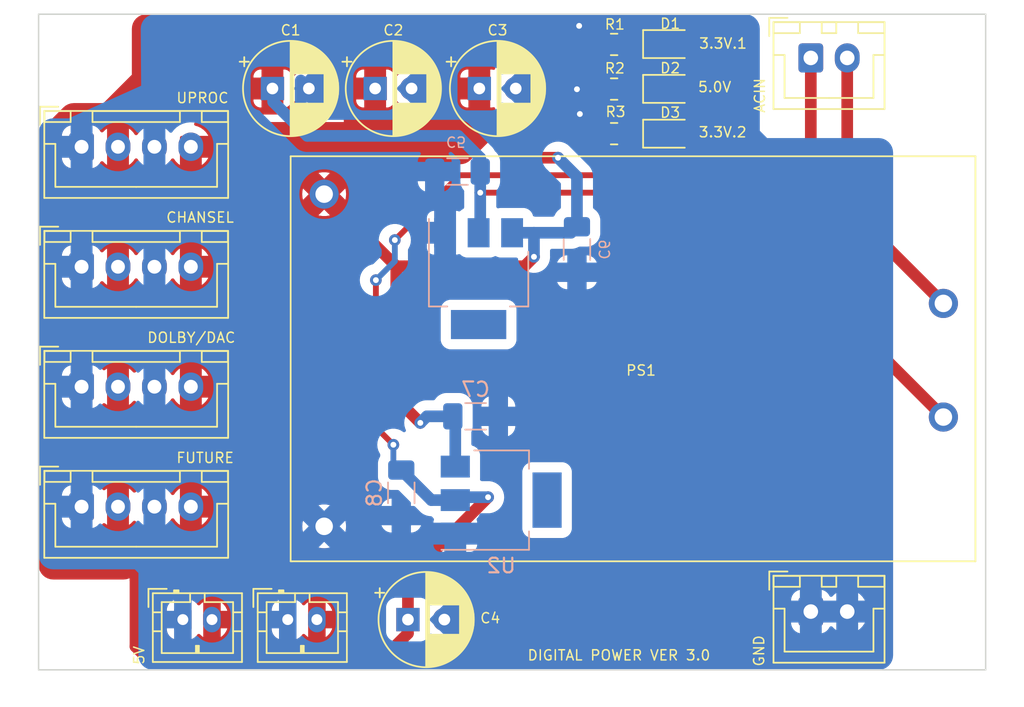
<source format=kicad_pcb>
(kicad_pcb (version 20221018) (generator pcbnew)
  (layers (0 "F.Cu" signal) (31 "B.Cu" signal) (34 "B.Paste" user) (35 "F.Paste" user) (36 "B.SilkS" user "B.Silkscreen") (37 "F.SilkS" user "F.Silkscreen") (38 "B.Mask" user) (39 "F.Mask" user) (44 "Edge.Cuts" user))
  (net 0 "")
  (net 1 "5V")
  (net 2 "VNEG")
  (net 3 "VIN")
  (net 4 "3V3")
  (net 5 "Net-(D1-K)")
  (net 6 "Net-(D2-K)")
  (net 7 "PGND")
  (net 8 "3V32")
  (net 9 "Net-(D3-K)")
  (footprint "Connector_JST:JST_XH_B4B-XH-A_1x04_P2.50mm_Vertical" (layer "F.Cu") (at 122.95 79.1)
    (fp_text reference "J1" hide)
    (fp_text value "FUTURE")
    (pad "1" thru_hole roundrect (at 0 0) (size 1.7 1.95) (drill 0.95) (layers "*.Cu" "*.Mask") (roundrect_rratio 0.1470588235) (net 7 "PGND"))
    (pad "2" thru_hole oval (at 2.5 0) (size 1.7 1.95) (drill 0.95) (layers "*.Cu" "*.Mask") (net 4 "3V3"))
    (pad "3" thru_hole oval (at 5 0) (size 1.7 1.95) (drill 0.95) (layers "*.Cu" "*.Mask") (net 7 "PGND"))
    (pad "4" thru_hole oval (at 7.5 0) (size 1.7 1.95) (drill 0.95) (layers "*.Cu" "*.Mask") (net 1 "5V"))
  )
  (footprint "Capacitor_THT:CP_Radial_D6.3mm_P2.50mm" (layer "F.Cu") (at 145.35 111.55)
    (fp_text reference "C4" (at 5.65 -0.1 unlocked) (layer "F.SilkS") (effects (font (size 0.7 0.7) (thickness 0.1))))
    (fp_text value "470u 10V")
    (pad "1" thru_hole rect (at 0 0) (size 1.6 1.6) (drill 0.8) (layers "*.Cu" "*.Mask") (net 8 "3V32"))
    (pad "2" thru_hole circle (at 2.5 0) (size 1.6 1.6) (drill 0.8) (layers "*.Cu" "*.Mask") (net 7 "PGND"))
  )
  (footprint "Connector_JST:JST_XH_B4B-XH-A_1x04_P2.50mm_Vertical" (layer "F.Cu") (at 122.95 87.333333)
    (fp_text reference "J2" hide)
    (fp_text value "CHANSEL")
    (pad "1" thru_hole roundrect (at 0 0) (size 1.7 1.95) (drill 0.95) (layers "*.Cu" "*.Mask") (roundrect_rratio 0.1470588235) (net 7 "PGND"))
    (pad "2" thru_hole oval (at 2.5 0) (size 1.7 1.95) (drill 0.95) (layers "*.Cu" "*.Mask") (net 4 "3V3"))
    (pad "3" thru_hole oval (at 5 0) (size 1.7 1.95) (drill 0.95) (layers "*.Cu" "*.Mask") (net 7 "PGND"))
    (pad "4" thru_hole oval (at 7.5 0) (size 1.7 1.95) (drill 0.95) (layers "*.Cu" "*.Mask") (net 1 "5V"))
  )
  (footprint "Capacitor_THT:CP_Radial_D6.3mm_P2.50mm" (layer "F.Cu") (at 150.25 75.1)
    (fp_text reference "C3" (at 1.25 -4 unlocked) (layer "F.SilkS") (effects (font (size 0.7 0.7) (thickness 0.1))))
    (fp_text value "470u 10V")
    (pad "1" thru_hole rect (at 0 0) (size 1.6 1.6) (drill 0.8) (layers "*.Cu" "*.Mask") (net 1 "5V"))
    (pad "2" thru_hole circle (at 2.5 0) (size 1.6 1.6) (drill 0.8) (layers "*.Cu" "*.Mask") (net 7 "PGND"))
  )
  (footprint "Connector_JST:JST_XH_B2B-XH-A_1x02_P2.50mm_Vertical" (layer "F.Cu") (at 173 111)
    (fp_text reference "J5" hide)
    (fp_text value "Conn_01x02_Male")
    (pad "1" thru_hole roundrect (at 0 0) (size 1.7 2) (drill 1) (layers "*.Cu" "*.Mask") (roundrect_rratio 0.1470588235) (net 7 "PGND"))
    (pad "2" thru_hole oval (at 2.5 0) (size 1.7 2) (drill 1) (layers "*.Cu" "*.Mask") (net 7 "PGND"))
  )
  (footprint "Components:HLK-10M05" (layer "F.Cu") (at 159.8 95.45 180)
    (fp_text reference "PS1" (at -1.55 1 unlocked) (layer "F.SilkS") (effects (font (size 0.7 0.7) (thickness 0.1))))
    (fp_text value "HLK-10M05")
    (pad "1" thru_hole circle (at -22.3 -2.2 180) (size 2 2) (drill 1.2) (layers "*.Cu" "*.Mask") (net 3 "VIN"))
    (pad "2" thru_hole circle (at -22.3 5.6 180) (size 2 2) (drill 1.2) (layers "*.Cu" "*.Mask") (net 2 "VNEG"))
    (pad "3" thru_hole circle (at 20.2 -9.7 180) (size 2 2) (drill 1.2) (layers "*.Cu" "*.Mask") (net 7 "PGND"))
    (pad "4" thru_hole circle (at 20.2 13.1 180) (size 2 2) (drill 1.2) (layers "*.Cu" "*.Mask") (net 1 "5V"))
  )
  (footprint "LED_SMD:LED_0805_2012Metric_Pad1.15x1.40mm_HandSolder" (layer "F.Cu") (at 163.35 72.05)
    (fp_text reference "D1" (at 0 -1.4 unlocked) (layer "F.SilkS") (effects (font (size 0.7 0.7) (thickness 0.1))))
    (fp_text value "WHITE")
    (pad "1" smd roundrect (at -1.025 0) (size 1.15 1.4) (layers "F.Cu" "F.Paste" "F.Mask") (roundrect_rratio 0.2173913043) (net 5 "Net-(D1-K)"))
    (pad "2" smd roundrect (at 1.025 0) (size 1.15 1.4) (layers "F.Cu" "F.Paste" "F.Mask") (roundrect_rratio 0.2173913043) (net 4 "3V3"))
  )
  (footprint "MountingHole:MountingHole_3.2mm_M3" (layer "F.Cu") (at 182.5 72.5)
    (fp_text reference "H2" hide)
    (fp_text value "MountingHole")
    (pad "" np_thru_hole circle (at 0 0) (size 3.2 3.2) (drill 3.2) (layers "*.Cu" "*.Mask"))
  )
  (footprint "Connector_JST:JST_XH_B4B-XH-A_1x04_P2.50mm_Vertical" (layer "F.Cu") (at 122.95 95.566666)
    (fp_text reference "J3" hide)
    (fp_text value "DOLBY")
    (pad "1" thru_hole roundrect (at 0 0) (size 1.7 1.95) (drill 0.95) (layers "*.Cu" "*.Mask") (roundrect_rratio 0.1470588235) (net 7 "PGND"))
    (pad "2" thru_hole oval (at 2.5 0) (size 1.7 1.95) (drill 0.95) (layers "*.Cu" "*.Mask") (net 8 "3V32"))
    (pad "3" thru_hole oval (at 5 0) (size 1.7 1.95) (drill 0.95) (layers "*.Cu" "*.Mask") (net 7 "PGND"))
    (pad "4" thru_hole oval (at 7.5 0) (size 1.7 1.95) (drill 0.95) (layers "*.Cu" "*.Mask") (net 1 "5V"))
  )
  (footprint "MountingHole:MountingHole_3.2mm_M3" (layer "F.Cu") (at 122.5 112.5)
    (fp_text reference "H3" hide)
    (fp_text value "MountingHole")
    (pad "" np_thru_hole circle (at 0 0) (size 3.2 3.2) (drill 3.2) (layers "*.Cu" "*.Mask"))
  )
  (footprint "Capacitor_THT:CP_Radial_D6.3mm_P2.50mm" (layer "F.Cu") (at 143.1 75.1)
    (fp_text reference "C2" (at 1.25 -4 unlocked) (layer "F.SilkS") (effects (font (size 0.7 0.7) (thickness 0.1))))
    (fp_text value "470u 10V")
    (pad "1" thru_hole rect (at 0 0) (size 1.6 1.6) (drill 0.8) (layers "*.Cu" "*.Mask") (net 1 "5V"))
    (pad "2" thru_hole circle (at 2.5 0) (size 1.6 1.6) (drill 0.8) (layers "*.Cu" "*.Mask") (net 7 "PGND"))
  )
  (footprint "Connector_JST:JST_XH_B4B-XH-A_1x04_P2.50mm_Vertical" (layer "F.Cu") (at 122.95 103.8)
    (fp_text reference "J4" hide)
    (fp_text value "UPRO")
    (pad "1" thru_hole roundrect (at 0 0) (size 1.7 1.95) (drill 0.95) (layers "*.Cu" "*.Mask") (roundrect_rratio 0.1470588235) (net 7 "PGND"))
    (pad "2" thru_hole oval (at 2.5 0) (size 1.7 1.95) (drill 0.95) (layers "*.Cu" "*.Mask") (net 8 "3V32"))
    (pad "3" thru_hole oval (at 5 0) (size 1.7 1.95) (drill 0.95) (layers "*.Cu" "*.Mask") (net 7 "PGND"))
    (pad "4" thru_hole oval (at 7.5 0) (size 1.7 1.95) (drill 0.95) (layers "*.Cu" "*.Mask") (net 1 "5V"))
  )
  (footprint "LED_SMD:LED_0805_2012Metric_Pad1.15x1.40mm_HandSolder" (layer "F.Cu") (at 163.35 78.2)
    (fp_text reference "D3" (at 0 -1.45 unlocked) (layer "F.SilkS") (effects (font (size 0.7 0.7) (thickness 0.1))))
    (fp_text value "WHITE")
    (pad "1" smd roundrect (at -1.025 0) (size 1.15 1.4) (layers "F.Cu" "F.Paste" "F.Mask") (roundrect_rratio 0.2173913043) (net 9 "Net-(D3-K)"))
    (pad "2" smd roundrect (at 1.025 0) (size 1.15 1.4) (layers "F.Cu" "F.Paste" "F.Mask") (roundrect_rratio 0.2173913043) (net 8 "3V32"))
  )
  (footprint "Resistor_SMD:R_0805_2012Metric_Pad1.20x1.40mm_HandSolder" (layer "F.Cu") (at 159.5 72.075 180)
    (fp_text reference "R1" (at -0.05 1.375 unlocked) (layer "F.SilkS") (effects (font (size 0.7 0.7) (thickness 0.1))))
    (fp_text value "510R")
    (pad "1" smd roundrect (at -1 0 180) (size 1.2 1.4) (layers "F.Cu" "F.Paste" "F.Mask") (roundrect_rratio 0.2083333333) (net 5 "Net-(D1-K)"))
    (pad "2" smd roundrect (at 1 0 180) (size 1.2 1.4) (layers "F.Cu" "F.Paste" "F.Mask") (roundrect_rratio 0.2083333333) (net 7 "PGND"))
  )
  (footprint "LED_SMD:LED_0805_2012Metric_Pad1.15x1.40mm_HandSolder" (layer "F.Cu") (at 163.35 75.125)
    (fp_text reference "D2" (at 0 -1.425 unlocked) (layer "F.SilkS") (effects (font (size 0.7 0.7) (thickness 0.1))))
    (fp_text value "BLUE")
    (pad "1" smd roundrect (at -1.025 0) (size 1.15 1.4) (layers "F.Cu" "F.Paste" "F.Mask") (roundrect_rratio 0.2173913043) (net 6 "Net-(D2-K)"))
    (pad "2" smd roundrect (at 1.025 0) (size 1.15 1.4) (layers "F.Cu" "F.Paste" "F.Mask") (roundrect_rratio 0.2173913043) (net 1 "5V"))
  )
  (footprint "MountingHole:MountingHole_3.2mm_M3" (layer "F.Cu") (at 122.5 72.5)
    (fp_text reference "H1" hide)
    (fp_text value "MountingHole")
    (pad "" np_thru_hole circle (at 0 0) (size 3.2 3.2) (drill 3.2) (layers "*.Cu" "*.Mask"))
  )
  (footprint "Connector_JST:JST_PH_B2B-PH-K_1x02_P2.00mm_Vertical" (layer "F.Cu") (at 137.1 111.55)
    (fp_text reference "DIG1" hide)
    (fp_text value "Conn_01x02_Male")
    (pad "1" thru_hole roundrect (at 0 0) (size 1.2 1.75) (drill 0.75) (layers "*.Cu" "*.Mask") (roundrect_rratio 0.2083333333) (net 7 "PGND"))
    (pad "2" thru_hole oval (at 2 0) (size 1.2 1.75) (drill 0.75) (layers "*.Cu" "*.Mask") (net 1 "5V"))
  )
  (footprint "Connector_JST:JST_PH_B2B-PH-K_1x02_P2.00mm_Vertical" (layer "F.Cu") (at 129.9 111.55)
    (fp_text reference "DIG2" hide)
    (fp_text value "Conn_01x02_Male")
    (pad "1" thru_hole roundrect (at 0 0) (size 1.2 1.75) (drill 0.75) (layers "*.Cu" "*.Mask") (roundrect_rratio 0.2083333333) (net 7 "PGND"))
    (pad "2" thru_hole oval (at 2 0) (size 1.2 1.75) (drill 0.75) (layers "*.Cu" "*.Mask") (net 1 "5V"))
  )
  (footprint "Connector_JST:JST_XH_B2B-XH-A_1x02_P2.50mm_Vertical" (layer "F.Cu") (at 173 73)
    (fp_text reference "J6" hide)
    (fp_text value "Conn_01x02_Male" hide)
    (pad "1" thru_hole roundrect (at 0 0) (size 1.7 2) (drill 1) (layers "*.Cu" "*.Mask") (roundrect_rratio 0.1470588235) (net 3 "VIN"))
    (pad "2" thru_hole oval (at 2.5 0) (size 1.7 2) (drill 1) (layers "*.Cu" "*.Mask") (net 2 "VNEG"))
  )
  (footprint "Capacitor_THT:CP_Radial_D6.3mm_P2.50mm" (layer "F.Cu") (at 136.05 75.1)
    (fp_text reference "C1" (at 1.25 -4 unlocked) (layer "F.SilkS") (effects (font (size 0.7 0.7) (thickness 0.1))))
    (fp_text value "470u 10V")
    (pad "1" thru_hole rect (at 0 0) (size 1.6 1.6) (drill 0.8) (layers "*.Cu" "*.Mask") (net 4 "3V3"))
    (pad "2" thru_hole circle (at 2.5 0) (size 1.6 1.6) (drill 0.8) (layers "*.Cu" "*.Mask") (net 7 "PGND"))
  )
  (footprint "MountingHole:MountingHole_3.2mm_M3" (layer "F.Cu") (at 182.5 112.5)
    (fp_text reference "H4" hide)
    (fp_text value "MountingHole")
    (pad "" np_thru_hole circle (at 0 0) (size 3.2 3.2) (drill 3.2) (layers "*.Cu" "*.Mask"))
  )
  (footprint "Resistor_SMD:R_0805_2012Metric_Pad1.20x1.40mm_HandSolder" (layer "F.Cu") (at 159.5 78.2 180)
    (fp_text reference "R3" (at -0.1 1.5 unlocked) (layer "F.SilkS") (effects (font (size 0.7 0.7) (thickness 0.1))))
    (fp_text value "510R")
    (pad "1" smd roundrect (at -1 0 180) (size 1.2 1.4) (layers "F.Cu" "F.Paste" "F.Mask") (roundrect_rratio 0.2083333333) (net 9 "Net-(D3-K)"))
    (pad "2" smd roundrect (at 1 0 180) (size 1.2 1.4) (layers "F.Cu" "F.Paste" "F.Mask") (roundrect_rratio 0.2083333333) (net 7 "PGND"))
  )
  (footprint "Resistor_SMD:R_0805_2012Metric_Pad1.20x1.40mm_HandSolder" (layer "F.Cu") (at 159.5 75.1375 180)
    (fp_text reference "R2" (at -0.05 1.425 unlocked) (layer "F.SilkS") (effects (font (size 0.7 0.7) (thickness 0.1))))
    (fp_text value "750R")
    (pad "1" smd roundrect (at -1 0 180) (size 1.2 1.4) (layers "F.Cu" "F.Paste" "F.Mask") (roundrect_rratio 0.2083333333) (net 6 "Net-(D2-K)"))
    (pad "2" smd roundrect (at 1 0 180) (size 1.2 1.4) (layers "F.Cu" "F.Paste" "F.Mask") (roundrect_rratio 0.2083333333) (net 7 "PGND"))
  )
  (footprint "Capacitor_SMD:C_1206_3216Metric_Pad1.33x1.80mm_HandSolder" (layer "B.Cu") (at 149.9925 97.6 180)
    (fp_text reference "C7" (at 0 1.85) (layer "B.SilkS") (effects (justify mirror)))
    (fp_text value "10u")
    (pad "1" smd roundrect (at -1.5625 0 180) (size 1.325 1.8) (layers "B.Cu" "B.Paste" "B.Mask") (roundrect_rratio 0.1886792453) (net 7 "PGND"))
    (pad "2" smd roundrect (at 1.5625 0 180) (size 1.325 1.8) (layers "B.Cu" "B.Paste" "B.Mask") (roundrect_rratio 0.1886792453) (net 1 "5V"))
  )
  (footprint "Package_TO_SOT_SMD:SOT-223" (layer "B.Cu") (at 150.2 88.15 -90)
    (fp_text reference "U1" hide)
    (fp_text value "AZ1117CH2-3.3")
    (pad "1" smd rect (at -3.15 2.3 270) (size 2 1.5) (layers "B.Cu" "B.Paste" "B.Mask") (net 7 "PGND"))
    (pad "2" smd rect (at -3.15 0 270) (size 2 1.5) (layers "B.Cu" "B.Paste" "B.Mask") (net 4 "3V3"))
    (pad "3" smd rect (at -3.15 -2.3 270) (size 2 1.5) (layers "B.Cu" "B.Paste" "B.Mask") (net 1 "5V"))
    (pad "4" smd rect (at 3.15 0 270) (size 2 3.8) (layers "B.Cu" "B.Paste" "B.Mask"))
  )
  (footprint "Package_TO_SOT_SMD:SOT-223" (layer "B.Cu") (at 151.75 103.35)
    (fp_text reference "U2" (at 0 4.5) (layer "B.SilkS") (effects (justify mirror)))
    (fp_text value "AZ1117CH2-3.3")
    (pad "1" smd rect (at -3.15 2.3) (size 2 1.5) (layers "B.Cu" "B.Paste" "B.Mask") (net 7 "PGND"))
    (pad "2" smd rect (at -3.15 0) (size 2 1.5) (layers "B.Cu" "B.Paste" "B.Mask") (net 8 "3V32"))
    (pad "3" smd rect (at -3.15 -2.3) (size 2 1.5) (layers "B.Cu" "B.Paste" "B.Mask") (net 1 "5V"))
    (pad "4" smd rect (at 3.15 0) (size 2 3.8) (layers "B.Cu" "B.Paste" "B.Mask"))
  )
  (footprint "Capacitor_SMD:C_1206_3216Metric_Pad1.33x1.80mm_HandSolder" (layer "B.Cu") (at 156.95 86.15 90)
    (fp_text reference "C6" (at 0 1.85 270 unlocked) (layer "B.SilkS") (effects (font (size 0.7 0.7) (thickness 0.1)) (justify mirror)))
    (fp_text value "10u")
    (pad "1" smd roundrect (at -1.5625 0 90) (size 1.325 1.8) (layers "B.Cu" "B.Paste" "B.Mask") (roundrect_rratio 0.1886792453) (net 7 "PGND"))
    (pad "2" smd roundrect (at 1.5625 0 90) (size 1.325 1.8) (layers "B.Cu" "B.Paste" "B.Mask") (roundrect_rratio 0.1886792453) (net 1 "5V"))
  )
  (footprint "Capacitor_SMD:C_1206_3216Metric_Pad1.33x1.80mm_HandSolder" (layer "B.Cu") (at 148.75 80.8 180)
    (fp_text reference "C5" (at 0.1 2.05 180 unlocked) (layer "B.SilkS") (effects (font (size 0.7 0.7) (thickness 0.1)) (justify mirror)))
    (fp_text value "10U")
    (pad "1" smd roundrect (at -1.5625 0 180) (size 1.325 1.8) (layers "B.Cu" "B.Paste" "B.Mask") (roundrect_rratio 0.1886792453) (net 4 "3V3"))
    (pad "2" smd roundrect (at 1.5625 0 180) (size 1.325 1.8) (layers "B.Cu" "B.Paste" "B.Mask") (roundrect_rratio 0.1886792453) (net 7 "PGND"))
  )
  (footprint "Capacitor_SMD:C_1206_3216Metric_Pad1.33x1.80mm_HandSolder" (layer "B.Cu") (at 144.8925 102.85 -90)
    (fp_text reference "C8" (at 0 1.85 90) (layer "B.SilkS") (effects (justify mirror)))
    (fp_text value "10U")
    (pad "1" smd roundrect (at -1.5625 0 270) (size 1.325 1.8) (layers "B.Cu" "B.Paste" "B.Mask") (roundrect_rratio 0.1886792453) (net 8 "3V32"))
    (pad "2" smd roundrect (at 1.5625 0 270) (size 1.325 1.8) (layers "B.Cu" "B.Paste" "B.Mask") (roundrect_rratio 0.1886792453) (net 7 "PGND"))
  )
  (gr_line (start 120 70) (end 120 115) (stroke (width 0.1)) (layer "Edge.Cuts"))
  (gr_line (start 185 70) (end 120 70) (stroke (width 0.1)) (layer "Edge.Cuts"))
  (gr_line (start 185 70) (end 185 115) (stroke (width 0.1)) (layer "Edge.Cuts"))
  (gr_line (start 120 115) (end 185 115) (stroke (width 0.1)) (layer "Edge.Cuts"))
  (gr_text "ACIN" (at 169.5 76.825 90) (layer "F.SilkS") (effects (font (size 0.7 0.7) (thickness 0.1)) (justify left)))
  (gr_text "DOLBY/DAC" (at 127.4 92.2) (layer "F.SilkS") (effects (font (size 0.7 0.7) (thickness 0.1)) (justify left)))
  (gr_text "5.0V" (at 167.6 75) (layer "F.SilkS") (effects (font (size 0.7 0.7) (thickness 0.1)) (justify right)))
  (gr_text "UPROC" (at 129.4 75.75) (layer "F.SilkS") (effects (font (size 0.7 0.7) (thickness 0.1)) (justify left)))
  (gr_text "DIGITAL POWER VER 3.0" (at 153.5 114) (layer "F.SilkS") (effects (font (size 0.7 0.7) (thickness 0.1)) (justify left)))
  (gr_text "3.3V.1\n" (at 168.67513 72.007365) (layer "F.SilkS") (effects (font (size 0.7 0.7) (thickness 0.1)) (justify right)))
  (gr_text "3.3V.2\n" (at 168.65 78.1) (layer "F.SilkS") (effects (font (size 0.7 0.7) (thickness 0.1)) (justify right)))
  (gr_text "GND\n" (at 169.45 114.825 90) (layer "F.SilkS") (effects (font (size 0.7 0.7) (thickness 0.1)) (justify left)))
  (gr_text "CHANSEL\n" (at 128.7 83.95) (layer "F.SilkS") (effects (font (size 0.7 0.7) (thickness 0.1)) (justify left)))
  (gr_text "5V" (at 126.9 114.7 90) (layer "F.SilkS") (effects (font (size 0.7 0.7) (thickness 0.1)) (justify left)))
  (gr_text "FUTURE" (at 129.4 100.45) (layer "F.SilkS") (effects (font (size 0.7 0.7) (thickness 0.1)) (justify left)))
  (segment (start 144.55 87.3) (end 145.1 87.3) (width 0.8) (layer "F.Cu") (net 1))
  (segment (start 150.267621 76.667621) (end 153.45 79.85) (width 0.8) (layer "F.Cu") (net 1))
  (segment (start 153.45 79.85) (end 155.65 79.85) (width 0.8) (layer "F.Cu") (net 1))
  (segment (start 139.65 82.4) (end 144.55 87.3) (width 0.8) (layer "F.Cu") (net 1))
  (segment (start 152.05 73.55) (end 151.05 72.55) (width 0.4) (layer "F.Cu") (net 1))
  (segment (start 153.35 87.3) (end 154 86.65) (width 0.8) (layer "F.Cu") (net 1))
  (segment (start 145.1 87.3) (end 153.35 87.3) (width 0.8) (layer "F.Cu") (net 1))
  (segment (start 162.9375 73.55) (end 152.05 73.55) (width 0.4) (layer "F.Cu") (net 1))
  (segment (start 164.375 74.9875) (end 162.9375 73.55) (width 0.4) (layer "F.Cu") (net 1))
  (segment (start 150.267621 75.3) (end 150.267621 76.667621) (width 0.8) (layer "F.Cu") (net 1))
  (segment (start 144.55 96.4) (end 146.2 98.05) (width 0.8) (layer "F.Cu") (net 1))
  (segment (start 144.55 87.3) (end 144.55 96.4) (width 0.8) (layer "F.Cu") (net 1))
  (via (at 155.65 79.85) (size 0.8) (drill 0.4) (layers "F.Cu" "B.Cu") (net 1))
  (via (at 146.2 98.05) (size 0.8) (drill 0.4) (layers "F.Cu" "B.Cu") (net 1))
  (via (at 154 86.65) (size 0.8) (drill 0.4) (layers "F.Cu" "B.Cu") (net 1))
  (segment (start 152.5 85) (end 154 85) (width 0.8) (layer "B.Cu") (net 1))
  (segment (start 148.43 97.6) (end 146.65 97.6) (width 0.8) (layer "B.Cu") (net 1))
  (segment (start 156.5375 85) (end 156.95 84.5875) (width 0.8) (layer "B.Cu") (net 1))
  (segment (start 148.6 97.77) (end 148.43 97.6) (width 0.8) (layer "B.Cu") (net 1))
  (segment (start 148.6 101.05) (end 148.6 97.77) (width 0.8) (layer "B.Cu") (net 1))
  (segment (start 156.95 84.5875) (end 156.95 81.15) (width 0.8) (layer "B.Cu") (net 1))
  (segment (start 154 86.65) (end 154 85) (width 0.8) (layer "B.Cu") (net 1))
  (segment (start 154 85) (end 156.5375 85) (width 0.8) (layer "B.Cu") (net 1))
  (segment (start 156.95 81.15) (end 155.65 79.85) (width 0.8) (layer "B.Cu") (net 1))
  (segment (start 146.65 97.6) (end 146.2 98.05) (width 0.8) (layer "B.Cu") (net 1))
  (segment (start 175.5 83.25) (end 182.1 89.85) (width 0.8) (layer "F.Cu") (net 2))
  (segment (start 175.5 73) (end 175.5 83.25) (width 0.8) (layer "F.Cu") (net 2))
  (segment (start 173 88.55) (end 173 73) (width 0.8) (layer "F.Cu") (net 3))
  (segment (start 182.1 97.65) (end 173 88.55) (width 0.8) (layer "F.Cu") (net 3))
  (segment (start 164.2 82.25) (end 150.3125 82.25) (width 0.4) (layer "F.Cu") (net 4))
  (segment (start 164.375 71.9125) (end 165.55 73.0875) (width 0.4) (layer "F.Cu") (net 4))
  (segment (start 165.55 80.9) (end 164.2 82.25) (width 0.4) (layer "F.Cu") (net 4))
  (segment (start 165.55 73.0875) (end 165.55 80.9) (width 0.4) (layer "F.Cu") (net 4))
  (via (at 150.3125 82.25) (size 0.8) (drill 0.4) (layers "F.Cu" "B.Cu") (net 4))
  (segment (start 136.1 76.014214) (end 136.1 75.25) (width 0.8) (layer "B.Cu") (net 4))
  (segment (start 150.3125 80.8) (end 150.3125 82.25) (width 0.8) (layer "B.Cu") (net 4))
  (segment (start 150.3125 79.8625) (end 148.8 78.35) (width 0.8) (layer "B.Cu") (net 4))
  (segment (start 138.435786 78.35) (end 136.1 76.014214) (width 0.8) (layer "B.Cu") (net 4))
  (segment (start 150.3125 84.8875) (end 150.2 85) (width 0.8) (layer "B.Cu") (net 4))
  (segment (start 150.3125 82.25) (end 150.3125 84.8875) (width 0.8) (layer "B.Cu") (net 4))
  (segment (start 148.8 78.35) (end 138.435786 78.35) (width 0.8) (layer "B.Cu") (net 4))
  (segment (start 150.3125 80.8) (end 150.3125 79.8625) (width 0.8) (layer "B.Cu") (net 4))
  (segment (start 162.3 71.9375) (end 162.325 71.9125) (width 0.4) (layer "F.Cu") (net 5))
  (segment (start 160.5 71.9375) (end 162.3 71.9375) (width 0.4) (layer "F.Cu") (net 5))
  (segment (start 160.5 75) (end 162.3125 75) (width 0.4) (layer "F.Cu") (net 6))
  (segment (start 162.3125 75) (end 162.325 74.9875) (width 0.4) (layer "F.Cu") (net 6))
  (segment (start 158.2375 71.9375) (end 157.1 70.8) (width 0.4) (layer "F.Cu") (net 7))
  (segment (start 158.5 75) (end 157.1 75) (width 0.4) (layer "F.Cu") (net 7))
  (segment (start 158.5 71.9375) (end 158.2375 71.9375) (width 0.4) (layer "F.Cu") (net 7))
  (segment (start 158.3625 78.0625) (end 157.15 76.85) (width 0.4) (layer "F.Cu") (net 7))
  (segment (start 158.5 78.0625) (end 158.3625 78.0625) (width 0.4) (layer "F.Cu") (net 7))
  (segment (start 157.1 75) (end 156.95 75.15) (width 0.4) (layer "F.Cu") (net 7))
  (via (at 157.15 76.85) (size 0.8) (drill 0.4) (layers "F.Cu" "B.Cu") (net 7))
  (via (at 157.1 70.8) (size 0.8) (drill 0.4) (layers "F.Cu" "B.Cu") (net 7))
  (via (at 156.95 75.15) (size 0.8) (drill 0.4) (layers "F.Cu" "B.Cu") (net 7))
  (segment (start 137.997349 76.497349) (end 137.997349 74.55) (width 0.8) (layer "B.Cu") (net 7))
  (segment (start 126.65 108.8) (end 126.65 108.2) (width 0.8) (layer "F.Cu") (net 8))
  (segment (start 148.9 81.05) (end 144.45 85.5) (width 0.4) (layer "F.Cu") (net 8))
  (segment (start 164.375 78.0625) (end 161.3875 81.05) (width 0.4) (layer "F.Cu") (net 8))
  (segment (start 145.35 111.55) (end 145.35 112.5) (width 0.8) (layer "F.Cu") (net 8))
  (segment (start 127.7 114.45) (end 127.6 114.35) (width 0.8) (layer "F.Cu") (net 8))
  (segment (start 143.15 98.35) (end 144.35 99.55) (width 0.4) (layer "F.Cu") (net 8))
  (segment (start 143.15 88.25) (end 143.15 98.35) (width 0.4) (layer "F.Cu") (net 8))
  (segment (start 127.6 114.35) (end 126.65 113.4) (width 0.8) (layer "F.Cu") (net 8))
  (segment (start 143.4 114.45) (end 127.7 114.45) (width 0.8) (layer "F.Cu") (net 8))
  (segment (start 145.35 111.55) (end 145.35 108.65) (width 0.8) (layer "F.Cu") (net 8))
  (segment (start 126.65 108.2) (end 125.2 106.75) (width 0.8) (layer "F.Cu") (net 8))
  (segment (start 150.35 81.05) (end 148.9 81.05) (width 0.4) (layer "F.Cu") (net 8))
  (segment (start 161.3875 81.05) (end 150.35 81.05) (width 0.4) (layer "F.Cu") (net 8))
  (segment (start 145.35 112.5) (end 143.4 114.45) (width 0.8) (layer "F.Cu") (net 8))
  (segment (start 145.35 108.65) (end 150.85 103.15) (width 0.8) (layer "F.Cu") (net 8))
  (segment (start 126.65 113.4) (end 126.65 108.8) (width 0.8) (layer "F.Cu") (net 8))
  (via (at 144.45 85.5) (size 0.8) (drill 0.4) (layers "F.Cu" "B.Cu") (net 8))
  (via (at 150.85 103.15) (size 0.8) (drill 0.4) (layers "F.Cu" "B.Cu") (net 8))
  (via (at 143.15 88.25) (size 0.8) (drill 0.4) (layers "F.Cu" "B.Cu") (net 8))
  (via (at 144.35 99.55) (size 0.8) (drill 0.4) (layers "F.Cu" "B.Cu") (net 8))
  (segment (start 144.45 85.5) (end 144.45 86.95) (width 0.4) (layer "B.Cu") (net 8))
  (segment (start 148.6 103.35) (end 146.955 103.35) (width 0.8) (layer "B.Cu") (net 8))
  (segment (start 144.35 99.55) (end 144.35 100.745) (width 0.4) (layer "B.Cu") (net 8))
  (segment (start 150.85 103.15) (end 148.8 103.15) (width 0.8) (layer "B.Cu") (net 8))
  (segment (start 144.45 86.95) (end 143.15 88.25) (width 0.4) (layer "B.Cu") (net 8))
  (segment (start 146.955 103.35) (end 144.8925 101.2875) (width 0.8) (layer "B.Cu") (net 8))
  (segment (start 144.35 100.745) (end 144.8925 101.2875) (width 0.4) (layer "B.Cu") (net 8))
  (segment (start 148.8 103.15) (end 148.6 103.35) (width 0.8) (layer "B.Cu") (net 8))
  (segment (start 160.5 78.0625) (end 162.325 78.0625) (width 0.4) (layer "F.Cu") (net 9))
  (zone (net 1) (net_name "5V") (layer "F.Cu") (priority 2) (connect_pads (clearance 0.508)) (min_thickness 0.25) (fill yes (thermal_gap 0.5) (thermal_bridge_width 1.5) (smoothing fillet) (radius 1))
    (polygon (pts (xy 151.35 69.3) (xy 151.35 78.3) (xy 149.35 80.3) (xy 143.3 80.3) (xy 141.55 80.573809) (xy 141.55 108.45) (xy 142.45 108.45) (xy 143.1 108.3) (xy 143.1 115.65) (xy 142.7 116.05) (xy 126.5 116.05) (xy 126.35 115.9) (xy 126.35 108.7) (xy 128.7 106.35) (xy 129.05 106.35) (xy 128.25 107.15) (xy 128.25 79.7) (xy 130.55 77.4) (xy 140.95 77.4) (xy 140.9 75.5) (xy 140.95 72.4) (xy 141.05 69.3)))
  )
  (zone (net 8) (net_name "3V32") (layer "F.Cu") (priority 1) (connect_pads (clearance 0.7)) (min_thickness 0.25) (fill yes (thermal_gap 0.5) (thermal_bridge_width 1.5) (smoothing fillet) (radius 1))
    (polygon (pts (xy 119.7 91.2) (xy 127.75 91.2) (xy 128.7 92.15) (xy 128.7 106.35) (xy 126.25 108.8) (xy 119.15 108.8) (xy 119.05 108.9) (xy 119.05 91.85)))
  )
  (zone (net 4) (net_name "3V3") (layer "F.Cu") (priority 1) (connect_pads (clearance 0.508)) (min_thickness 0.25) (fill yes (thermal_gap 0.5) (thermal_bridge_width 1.5) (smoothing fillet) (radius 1))
    (polygon (pts (xy 140.7 72.6) (xy 140.65 74.2) (xy 140.65 76.95) (xy 132.882003 77.15) (xy 127.7 77.25) (xy 127.65 83.25) (xy 127.65 90.2) (xy 127.6 90.15) (xy 120.2 90.15) (xy 120.2 77.9) (xy 122 76.1) (xy 124.45 76.1) (xy 126.4 74.15) (xy 126.4 69.6) (xy 126.45 69.55) (xy 140.6 69.55)))
  )
  (zone (net 7) (net_name "PGND") (layer "B.Cu") (connect_pads (clearance 0.7)) (min_thickness 0.25) (fill yes (thermal_gap 0.5) (thermal_bridge_width 1.5) (smoothing fillet) (radius 1))
    (polygon (pts (xy 169.5 69.5) (xy 169.5 78) (xy 170 78.5) (xy 178.65 78.5) (xy 178.65 108.55) (xy 178.65 115.7) (xy 126.85 115.7) (xy 126.85 108.35) (xy 126.6 108.1) (xy 118.45 108.1) (xy 118.45 77.15) (xy 122.061113 77.15) (xy 127.040071 74.909469) (xy 127 69.5)))
  )
)
</source>
